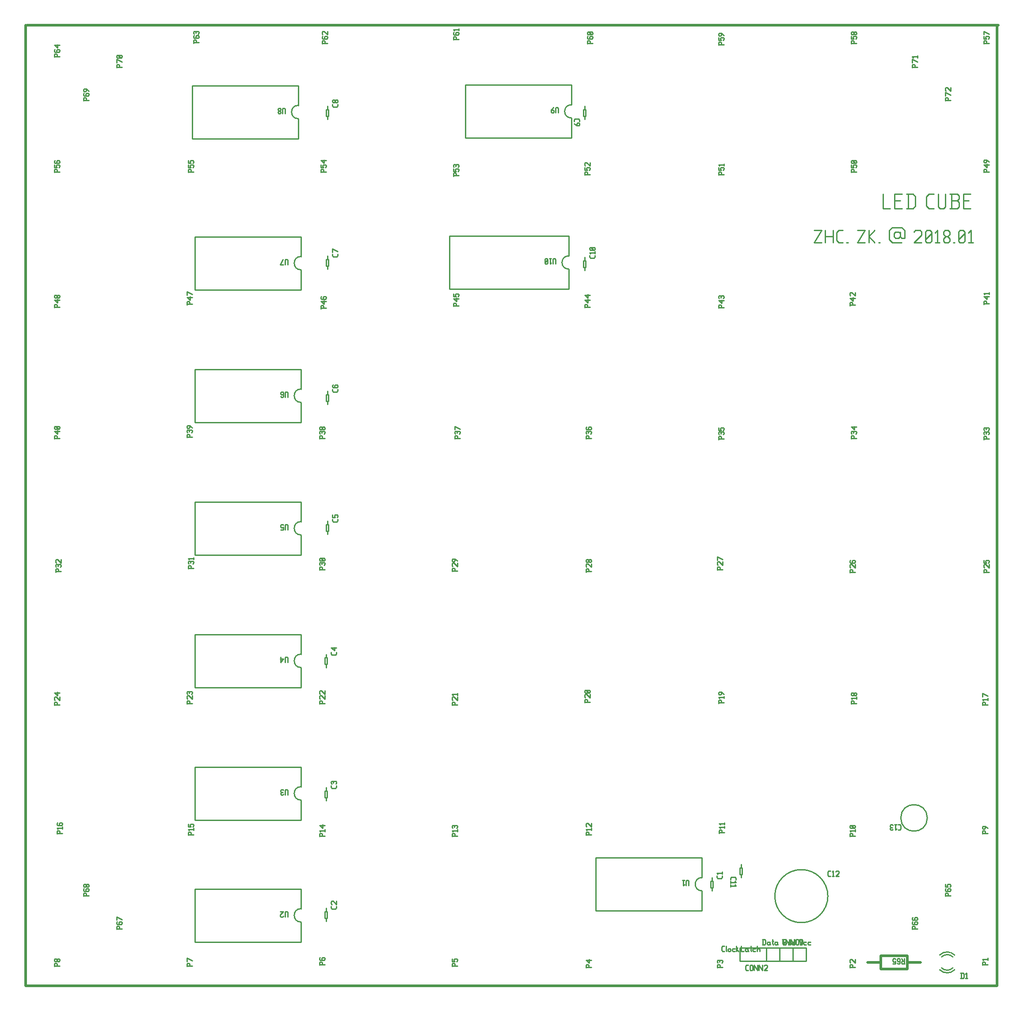
<source format=gbr>
G04 start of page 8 for group -4079 idx -4079 *
G04 Title: (unknown), topsilk *
G04 Creator: pcb v4.0.2-g2d695f8b *
G04 CreationDate: Sat Jan 27 08:31:28 2018 UTC *
G04 For: zhenke *
G04 Format: Gerber/RS-274X *
G04 PCB-Dimensions (mil): 7480.31 7283.46 *
G04 PCB-Coordinate-Origin: lower left *
%MOIN*%
%FSLAX25Y25*%
%LNTOPSILK*%
%ADD65C,0.0110*%
%ADD64C,0.0100*%
%ADD63C,0.0200*%
G54D63*X10500Y726846D02*X743000D01*
X9500D02*Y2346D01*
X742000D01*
Y726846D02*Y2346D01*
G54D64*X604000Y572026D02*X609800D01*
X604000Y562746D02*X609800Y572026D01*
X604000Y562746D02*X609800D01*
X612584Y572026D02*Y562746D01*
X618384Y572026D02*Y562746D01*
X612584Y567386D02*X618384D01*
X622792Y562746D02*X625808D01*
X621168Y564370D02*X622792Y562746D01*
X621168Y570402D02*Y564370D01*
Y570402D02*X622792Y572026D01*
X625808D01*
X628592Y562746D02*X629752D01*
X636712Y572026D02*X642512D01*
X636712Y562746D02*X642512Y572026D01*
X636712Y562746D02*X642512D01*
X645296Y572026D02*Y562746D01*
Y567386D02*X649936Y572026D01*
X645296Y567386D02*X649936Y562746D01*
X652720D02*X653880D01*
X660840Y572026D02*Y565066D01*
X663160Y562746D01*
X670120D01*
X672440Y572026D02*Y566226D01*
Y572026D02*X670120Y574346D01*
X663160D02*X670120D01*
X663160D02*X660840Y572026D01*
X664320Y569706D02*Y567386D01*
X665480Y566226D01*
X667800D01*
X668960Y567386D01*
X670120Y566226D01*
X668960Y570866D02*Y567386D01*
Y569706D02*X667800Y570866D01*
X665480D02*X667800D01*
X665480D02*X664320Y569706D01*
X670120Y566226D02*X672440D01*
X679400Y570866D02*X680560Y572026D01*
X684040D01*
X685200Y570866D01*
Y568546D01*
X679400Y562746D02*X685200Y568546D01*
X679400Y562746D02*X685200D01*
X687984Y563906D02*X689144Y562746D01*
X687984Y570866D02*Y563906D01*
Y570866D02*X689144Y572026D01*
X691464D01*
X692624Y570866D01*
Y563906D01*
X691464Y562746D02*X692624Y563906D01*
X689144Y562746D02*X691464D01*
X687984Y565066D02*X692624Y569706D01*
X695408Y570170D02*X697264Y572026D01*
Y562746D01*
X695408D02*X698888D01*
X701672Y563906D02*X702832Y562746D01*
X701672Y565762D02*Y563906D01*
Y565762D02*X703296Y567386D01*
X704688D01*
X706312Y565762D01*
Y563906D01*
X705152Y562746D02*X706312Y563906D01*
X702832Y562746D02*X705152D01*
X701672Y569010D02*X703296Y567386D01*
X701672Y570866D02*Y569010D01*
Y570866D02*X702832Y572026D01*
X705152D01*
X706312Y570866D01*
Y569010D01*
X704688Y567386D02*X706312Y569010D01*
X709096Y562746D02*X710256D01*
X713040Y563906D02*X714200Y562746D01*
X713040Y570866D02*Y563906D01*
Y570866D02*X714200Y572026D01*
X716520D01*
X717680Y570866D01*
Y563906D01*
X716520Y562746D02*X717680Y563906D01*
X714200Y562746D02*X716520D01*
X713040Y565066D02*X717680Y569706D01*
X720464Y570170D02*X722320Y572026D01*
Y562746D01*
X720464D02*X723944D01*
G54D65*X656000Y599586D02*Y588546D01*
X661520D01*
X664832Y594618D02*X668972D01*
X664832Y588546D02*X670352D01*
X664832Y599586D02*Y588546D01*
Y599586D02*X670352D01*
X675044D02*Y588546D01*
X678632Y599586D02*X680564Y597654D01*
Y590478D01*
X678632Y588546D02*X680564Y590478D01*
X673664Y588546D02*X678632D01*
X673664Y599586D02*X678632D01*
X690776Y588546D02*X694364D01*
X688844Y590478D02*X690776Y588546D01*
X688844Y597654D02*Y590478D01*
Y597654D02*X690776Y599586D01*
X694364D01*
X697676D02*Y589926D01*
X699056Y588546D01*
X701816D01*
X703196Y589926D01*
Y599586D02*Y589926D01*
X706508Y588546D02*X712028D01*
X713408Y589926D01*
Y593238D02*Y589926D01*
X712028Y594618D02*X713408Y593238D01*
X707888Y594618D02*X712028D01*
X707888Y599586D02*Y588546D01*
X706508Y599586D02*X712028D01*
X713408Y598206D01*
Y595998D01*
X712028Y594618D02*X713408Y595998D01*
X716720Y594618D02*X720860D01*
X716720Y588546D02*X722240D01*
X716720Y599586D02*Y588546D01*
Y599586D02*X722240D01*
G54D64*X535200Y28346D02*X536500D01*
X534500Y29046D02*X535200Y28346D01*
X534500Y31646D02*Y29046D01*
Y31646D02*X535200Y32346D01*
X536500D01*
X537700D02*Y28846D01*
X538200Y28346D01*
X539200Y29846D02*Y28846D01*
Y29846D02*X539700Y30346D01*
X540700D01*
X541200Y29846D01*
Y28846D01*
X540700Y28346D02*X541200Y28846D01*
X539700Y28346D02*X540700D01*
X539200Y28846D02*X539700Y28346D01*
X542900Y30346D02*X544400D01*
X542400Y29846D02*X542900Y30346D01*
X542400Y29846D02*Y28846D01*
X542900Y28346D01*
X544400D01*
X545600Y32346D02*Y28346D01*
Y29846D02*X547100Y28346D01*
X545600Y29846D02*X546600Y30846D01*
X565500Y37346D02*Y33346D01*
X566800Y37346D02*X567500Y36646D01*
Y34046D01*
X566800Y33346D02*X567500Y34046D01*
X565000Y33346D02*X566800D01*
X565000Y37346D02*X566800D01*
X570200Y35346D02*X570700Y34846D01*
X569200Y35346D02*X570200D01*
X568700Y34846D02*X569200Y35346D01*
X568700Y34846D02*Y33846D01*
X569200Y33346D01*
X570700Y35346D02*Y33846D01*
X571200Y33346D01*
X569200D02*X570200D01*
X570700Y33846D01*
X572900Y37346D02*Y33846D01*
X573400Y33346D01*
X572400Y35846D02*X573400D01*
X575900Y35346D02*X576400Y34846D01*
X574900Y35346D02*X575900D01*
X574400Y34846D02*X574900Y35346D01*
X574400Y34846D02*Y33846D01*
X574900Y33346D01*
X576400Y35346D02*Y33846D01*
X576900Y33346D01*
X574900D02*X575900D01*
X576400Y33846D01*
X593000Y37346D02*X594000Y33346D01*
X595000Y37346D01*
X596700Y35346D02*X598200D01*
X596200Y34846D02*X596700Y35346D01*
X596200Y34846D02*Y33846D01*
X596700Y33346D01*
X598200D01*
X599900Y35346D02*X601400D01*
X599400Y34846D02*X599900Y35346D01*
X599400Y34846D02*Y33846D01*
X599900Y33346D01*
X601400D01*
X582500Y37346D02*X583000Y36846D01*
X581000Y37346D02*X582500D01*
X580500Y36846D02*X581000Y37346D01*
X580500Y36846D02*Y33846D01*
X581000Y33346D01*
X582500D01*
X583000Y33846D01*
Y34846D02*Y33846D01*
X582500Y35346D02*X583000Y34846D01*
X581500Y35346D02*X582500D01*
X584700Y34846D02*Y33346D01*
Y34846D02*X585200Y35346D01*
X585700D01*
X586200Y34846D01*
Y33346D01*
X584200Y35346D02*X584700Y34846D01*
X589400Y37346D02*Y33346D01*
X588900D02*X589400Y33846D01*
X587900Y33346D02*X588900D01*
X587400Y33846D02*X587900Y33346D01*
X587400Y34846D02*Y33846D01*
Y34846D02*X587900Y35346D01*
X588900D01*
X589400Y34846D01*
X549000Y32346D02*Y28346D01*
X551000D01*
X553700Y30346D02*X554200Y29846D01*
X552700Y30346D02*X553700D01*
X552200Y29846D02*X552700Y30346D01*
X552200Y29846D02*Y28846D01*
X552700Y28346D01*
X554200Y30346D02*Y28846D01*
X554700Y28346D01*
X552700D02*X553700D01*
X554200Y28846D01*
X556400Y32346D02*Y28846D01*
X556900Y28346D01*
X555900Y30846D02*X556900D01*
X558400Y30346D02*X559900D01*
X557900Y29846D02*X558400Y30346D01*
X557900Y29846D02*Y28846D01*
X558400Y28346D01*
X559900D01*
X561100Y32346D02*Y28346D01*
Y29846D02*X561600Y30346D01*
X562600D01*
X563100Y29846D01*
Y28346D01*
X137000Y567346D02*X217000D01*
X137000D02*Y527346D01*
X217000D01*
Y567346D02*Y552346D01*
Y542346D02*Y527346D01*
Y552346D02*G75*G03X217000Y542346I0J-5000D01*G01*
X237000Y658346D02*Y655846D01*
Y665846D02*Y663346D01*
X236200D02*Y658346D01*
Y663346D02*X237800D01*
Y658346D01*
X236200D02*X237800D01*
X237000Y545346D02*Y542846D01*
Y552846D02*Y550346D01*
X236200D02*Y545346D01*
Y550346D02*X237800D01*
Y545346D01*
X236200D02*X237800D01*
X135000Y681346D02*X215000D01*
X135000D02*Y641346D01*
X215000D01*
Y681346D02*Y666346D01*
Y656346D02*Y641346D01*
Y666346D02*G75*G03X215000Y656346I0J-5000D01*G01*
X431000Y544346D02*Y541846D01*
Y551846D02*Y549346D01*
X430200D02*Y544346D01*
Y549346D02*X431800D01*
Y544346D01*
X430200D02*X431800D01*
X329000Y567846D02*X419000D01*
X329000D02*Y527846D01*
X419000D01*
Y567846D02*Y552846D01*
Y542846D02*Y527846D01*
Y552846D02*G75*G03X419000Y542846I0J-5000D01*G01*
X431000Y665846D02*Y663346D01*
Y658346D02*Y655846D01*
X431800Y663346D02*Y658346D01*
X430200D02*X431800D01*
X430200Y663346D02*Y658346D01*
Y663346D02*X431800D01*
X341000Y681846D02*X421000D01*
X341000D02*Y641846D01*
X421000D01*
Y681846D02*Y666846D01*
Y656846D02*Y641846D01*
Y666846D02*G75*G03X421000Y656846I0J-5000D01*G01*
X137000Y467346D02*X217000D01*
X137000D02*Y427346D01*
X217000D01*
Y467346D02*Y452346D01*
Y442346D02*Y427346D01*
Y452346D02*G75*G03X217000Y442346I0J-5000D01*G01*
X237000Y443346D02*Y440846D01*
Y450846D02*Y448346D01*
X236200D02*Y443346D01*
Y448346D02*X237800D01*
Y443346D01*
X236200D02*X237800D01*
X137000Y75346D02*X217000D01*
X137000D02*Y35346D01*
X217000D01*
Y75346D02*Y60346D01*
Y50346D02*Y35346D01*
Y60346D02*G75*G03X217000Y50346I0J-5000D01*G01*
X137000Y167346D02*X217000D01*
X137000D02*Y127346D01*
X217000D01*
Y167346D02*Y152346D01*
Y142346D02*Y127346D01*
Y152346D02*G75*G03X217000Y142346I0J-5000D01*G01*
X236000Y53346D02*Y50846D01*
Y60846D02*Y58346D01*
X235200D02*Y53346D01*
Y58346D02*X236800D01*
Y53346D01*
X235200D02*X236800D01*
X236000Y244846D02*Y242346D01*
Y252346D02*Y249846D01*
X235200D02*Y244846D01*
Y249846D02*X236800D01*
Y244846D01*
X235200D02*X236800D01*
X237000Y345346D02*Y342846D01*
Y352846D02*Y350346D01*
X236200D02*Y345346D01*
Y350346D02*X237800D01*
Y345346D01*
X236200D02*X237800D01*
X137000Y267346D02*X217000D01*
X137000D02*Y227346D01*
X217000D01*
Y267346D02*Y252346D01*
Y242346D02*Y227346D01*
Y252346D02*G75*G03X217000Y242346I0J-5000D01*G01*
X137000Y367346D02*X217000D01*
X137000D02*Y327346D01*
X217000D01*
Y367346D02*Y352346D01*
Y342346D02*Y327346D01*
Y352346D02*G75*G03X217000Y342346I0J-5000D01*G01*
X548000Y30846D02*X578000D01*
X548000D02*Y20846D01*
X578000D01*
Y30846D02*Y20846D01*
X568000Y30846D02*Y20846D01*
X578000D01*
X598000D01*
Y30846D02*Y20846D01*
X578000Y30846D02*X598000D01*
X578000D02*Y20846D01*
X588000Y30846D02*Y20846D01*
X578000Y30846D02*X588000D01*
X549000Y93846D02*Y91346D01*
Y86346D02*Y83846D01*
X549800Y91346D02*Y86346D01*
X548200D02*X549800D01*
X548200Y91346D02*Y86346D01*
Y91346D02*X549800D01*
X574500Y69846D02*G75*G03X574500Y69846I20000J0D01*G01*
G54D63*X654500Y14846D02*X674500D01*
X654500Y24846D02*Y14846D01*
Y24846D02*X674500D01*
Y14846D01*
Y19846D02*X684500D01*
X644500D02*X654500D01*
G54D64*X700328Y15675D02*G75*G03X708672Y15675I4172J4172D01*G01*
X708672Y24018D02*G75*G03X700328Y24018I-4172J-4172D01*G01*
X698914Y14260D02*G75*G03X710086Y14260I5586J5586D01*G01*
X710086Y25433D02*G75*G03X698914Y25433I-5586J-5586D01*G01*
X689500Y128846D02*G75*G03X689500Y128846I-10000J0D01*G01*
X236000Y144346D02*Y141846D01*
Y151846D02*Y149346D01*
X235200D02*Y144346D01*
Y149346D02*X236800D01*
Y144346D01*
X235200D02*X236800D01*
X439500Y98846D02*X519500D01*
X439500D02*Y58846D01*
X519500D01*
Y98846D02*Y83846D01*
Y73846D02*Y58846D01*
Y83846D02*G75*G03X519500Y73846I0J-5000D01*G01*
X527000Y76346D02*Y73846D01*
Y83846D02*Y81346D01*
X526200D02*Y76346D01*
Y81346D02*X527800D01*
Y76346D01*
X526200D02*X527800D01*
X553200Y13846D02*X554500D01*
X552500Y14546D02*X553200Y13846D01*
X552500Y17146D02*Y14546D01*
Y17146D02*X553200Y17846D01*
X554500D01*
X555700Y17346D02*Y14346D01*
Y17346D02*X556200Y17846D01*
X557200D01*
X557700Y17346D01*
Y14346D01*
X557200Y13846D02*X557700Y14346D01*
X556200Y13846D02*X557200D01*
X555700Y14346D02*X556200Y13846D01*
X558900Y17846D02*Y13846D01*
Y17846D02*X561400Y13846D01*
Y17846D02*Y13846D01*
X562600Y17846D02*Y13846D01*
Y17846D02*X565100Y13846D01*
Y17846D02*Y13846D01*
X566300Y17346D02*X566800Y17846D01*
X568300D01*
X568800Y17346D01*
Y16346D01*
X566300Y13846D02*X568800Y16346D01*
X566300Y13846D02*X568800D01*
X593500Y37346D02*X594800D01*
X595500Y36646D02*X594800Y37346D01*
X595500Y36646D02*Y34046D01*
X594800Y33346D01*
X593500D02*X594800D01*
X592300Y36846D02*Y33846D01*
X591800Y33346D01*
X590800D02*X591800D01*
X590800D02*X590300Y33846D01*
Y36846D02*Y33846D01*
X590800Y37346D02*X590300Y36846D01*
X590800Y37346D02*X591800D01*
X592300Y36846D02*X591800Y37346D01*
X589100D02*Y33346D01*
X586600Y37346D01*
Y33346D01*
X585400Y37346D02*Y33346D01*
X582900Y37346D01*
Y33346D01*
X581700Y34146D02*X580900Y33346D01*
Y37346D02*Y33346D01*
X580200Y37346D02*X581700D01*
X670500Y18846D02*X672500D01*
X670500D02*X670000Y19346D01*
Y20346D02*Y19346D01*
X670500Y20846D02*X670000Y20346D01*
X670500Y20846D02*X672000D01*
Y22846D02*Y18846D01*
X671200Y20846D02*X670000Y22846D01*
X667300Y18846D02*X666800Y19346D01*
X667300Y18846D02*X668300D01*
X668800Y19346D02*X668300Y18846D01*
X668800Y22346D02*Y19346D01*
Y22346D02*X668300Y22846D01*
X667300Y20646D02*X666800Y21146D01*
X667300Y20646D02*X668800D01*
X667300Y22846D02*X668300D01*
X667300D02*X666800Y22346D01*
Y21146D01*
X663600Y18846D02*X665600D01*
Y20846D02*Y18846D01*
Y20846D02*X665100Y20346D01*
X664100D02*X665100D01*
X664100D02*X663600Y20846D01*
Y22346D02*Y20846D01*
X664100Y22846D02*X663600Y22346D01*
X664100Y22846D02*X665100D01*
X665600Y22346D02*X665100Y22846D01*
X631000Y16346D02*X635000D01*
X631000Y17846D02*Y15846D01*
Y17846D02*X631500Y18346D01*
X632500D01*
X633000Y17846D02*X632500Y18346D01*
X633000Y17846D02*Y16346D01*
X631500Y19546D02*X631000Y20046D01*
Y21546D02*Y20046D01*
Y21546D02*X631500Y22046D01*
X632500D01*
X635000Y19546D02*X632500Y22046D01*
X635000D02*Y19546D01*
X678000Y45346D02*X682000D01*
X678000Y46846D02*Y44846D01*
Y46846D02*X678500Y47346D01*
X679500D01*
X680000Y46846D02*X679500Y47346D01*
X680000Y46846D02*Y45346D01*
X678000Y50046D02*X678500Y50546D01*
X678000Y50046D02*Y49046D01*
X678500Y48546D02*X678000Y49046D01*
X678500Y48546D02*X681500D01*
X682000Y49046D01*
X679800Y50046D02*X680300Y50546D01*
X679800Y50046D02*Y48546D01*
X682000Y50046D02*Y49046D01*
Y50046D02*X681500Y50546D01*
X680300D02*X681500D01*
X678000Y53246D02*X678500Y53746D01*
X678000Y53246D02*Y52246D01*
X678500Y51746D02*X678000Y52246D01*
X678500Y51746D02*X681500D01*
X682000Y52246D01*
X679800Y53246D02*X680300Y53746D01*
X679800Y53246D02*Y51746D01*
X682000Y53246D02*Y52246D01*
Y53246D02*X681500Y53746D01*
X680300D02*X681500D01*
X715000Y11846D02*Y7846D01*
X716300Y11846D02*X717000Y11146D01*
Y8546D01*
X716300Y7846D02*X717000Y8546D01*
X714500Y7846D02*X716300D01*
X714500Y11846D02*X716300D01*
X718200Y11046D02*X719000Y11846D01*
Y7846D01*
X718200D02*X719700D01*
X703000Y70346D02*X707000D01*
X703000Y71846D02*Y69846D01*
Y71846D02*X703500Y72346D01*
X704500D01*
X705000Y71846D02*X704500Y72346D01*
X705000Y71846D02*Y70346D01*
X703000Y75046D02*X703500Y75546D01*
X703000Y75046D02*Y74046D01*
X703500Y73546D02*X703000Y74046D01*
X703500Y73546D02*X706500D01*
X707000Y74046D01*
X704800Y75046D02*X705300Y75546D01*
X704800Y75046D02*Y73546D01*
X707000Y75046D02*Y74046D01*
Y75046D02*X706500Y75546D01*
X705300D02*X706500D01*
X703000Y78746D02*Y76746D01*
X705000D01*
X704500Y77246D01*
Y78246D02*Y77246D01*
Y78246D02*X705000Y78746D01*
X706500D01*
X707000Y78246D02*X706500Y78746D01*
X707000Y78246D02*Y77246D01*
X706500Y76746D02*X707000Y77246D01*
X541200Y83646D02*Y82346D01*
X541900Y84346D02*X541200Y83646D01*
X541900Y84346D02*X544500D01*
X545200Y83646D01*
Y82346D01*
X544400Y81146D02*X545200Y80346D01*
X541200D02*X545200D01*
X541200Y81146D02*Y79646D01*
X544400Y78446D02*X545200Y77646D01*
X541200D02*X545200D01*
X541200Y78446D02*Y76946D01*
X731000Y18346D02*X735000D01*
X731000Y19846D02*Y17846D01*
Y19846D02*X731500Y20346D01*
X732500D01*
X733000Y19846D02*X732500Y20346D01*
X733000Y19846D02*Y18346D01*
X731800Y21546D02*X731000Y22346D01*
X735000D01*
Y23046D02*Y21546D01*
X531000Y16346D02*X535000D01*
X531000Y17846D02*Y15846D01*
Y17846D02*X531500Y18346D01*
X532500D01*
X533000Y17846D02*X532500Y18346D01*
X533000Y17846D02*Y16346D01*
X531500Y19546D02*X531000Y20046D01*
Y21046D02*Y20046D01*
Y21046D02*X531500Y21546D01*
X535000Y21046D02*X534500Y21546D01*
X535000Y21046D02*Y20046D01*
X534500Y19546D02*X535000Y20046D01*
X532800Y21046D02*Y20046D01*
X531500Y21546D02*X532300D01*
X533300D02*X534500D01*
X533300D02*X532800Y21046D01*
X532300Y21546D02*X532800Y21046D01*
X432000Y16346D02*X436000D01*
X432000Y17846D02*Y15846D01*
Y17846D02*X432500Y18346D01*
X433500D01*
X434000Y17846D02*X433500Y18346D01*
X434000Y17846D02*Y16346D01*
X434500Y19546D02*X432000Y21546D01*
X434500Y22046D02*Y19546D01*
X432000Y21546D02*X436000D01*
X331000Y17346D02*X335000D01*
X331000Y18846D02*Y16846D01*
Y18846D02*X331500Y19346D01*
X332500D01*
X333000Y18846D02*X332500Y19346D01*
X333000Y18846D02*Y17346D01*
X331000Y22546D02*Y20546D01*
X333000D01*
X332500Y21046D01*
Y22046D02*Y21046D01*
Y22046D02*X333000Y22546D01*
X334500D01*
X335000Y22046D02*X334500Y22546D01*
X335000Y22046D02*Y21046D01*
X334500Y20546D02*X335000Y21046D01*
X509500Y81346D02*Y77846D01*
Y81346D02*X509000Y81846D01*
X508000D02*X509000D01*
X508000D02*X507500Y81346D01*
Y77846D01*
X506300Y78646D02*X505500Y77846D01*
Y81846D02*Y77846D01*
X504800Y81846D02*X506300D01*
X431000Y216346D02*X435000D01*
X431000Y217846D02*Y215846D01*
Y217846D02*X431500Y218346D01*
X432500D01*
X433000Y217846D02*X432500Y218346D01*
X433000Y217846D02*Y216346D01*
X431500Y219546D02*X431000Y220046D01*
Y221546D02*Y220046D01*
Y221546D02*X431500Y222046D01*
X432500D01*
X435000Y219546D02*X432500Y222046D01*
X435000D02*Y219546D01*
X434500Y223246D02*X435000Y223746D01*
X431500Y223246D02*X434500D01*
X431500D02*X431000Y223746D01*
Y224746D02*Y223746D01*
Y224746D02*X431500Y225246D01*
X434500D01*
X435000Y224746D02*X434500Y225246D01*
X435000Y224746D02*Y223746D01*
X434000Y223246D02*X432000Y225246D01*
Y116346D02*X436000D01*
X432000Y117846D02*Y115846D01*
Y117846D02*X432500Y118346D01*
X433500D01*
X434000Y117846D02*X433500Y118346D01*
X434000Y117846D02*Y116346D01*
X432800Y119546D02*X432000Y120346D01*
X436000D01*
Y121046D02*Y119546D01*
X432500Y122246D02*X432000Y122746D01*
Y124246D02*Y122746D01*
Y124246D02*X432500Y124746D01*
X433500D01*
X436000Y122246D02*X433500Y124746D01*
X436000D02*Y122246D01*
X432000Y314846D02*X436000D01*
X432000Y316346D02*Y314346D01*
Y316346D02*X432500Y316846D01*
X433500D01*
X434000Y316346D02*X433500Y316846D01*
X434000Y316346D02*Y314846D01*
X432500Y318046D02*X432000Y318546D01*
Y320046D02*Y318546D01*
Y320046D02*X432500Y320546D01*
X433500D01*
X436000Y318046D02*X433500Y320546D01*
X436000D02*Y318046D01*
X435500Y321746D02*X436000Y322246D01*
X434700Y321746D02*X435500D01*
X434700D02*X434000Y322446D01*
Y323046D02*Y322446D01*
Y323046D02*X434700Y323746D01*
X435500D01*
X436000Y323246D02*X435500Y323746D01*
X436000Y323246D02*Y322246D01*
X433300Y321746D02*X434000Y322446D01*
X432500Y321746D02*X433300D01*
X432500D02*X432000Y322246D01*
Y323246D02*Y322246D01*
Y323246D02*X432500Y323746D01*
X433300D01*
X434000Y323046D02*X433300Y323746D01*
X432000Y415346D02*X436000D01*
X432000Y416846D02*Y414846D01*
Y416846D02*X432500Y417346D01*
X433500D01*
X434000Y416846D02*X433500Y417346D01*
X434000Y416846D02*Y415346D01*
X432500Y418546D02*X432000Y419046D01*
Y420046D02*Y419046D01*
Y420046D02*X432500Y420546D01*
X436000Y420046D02*X435500Y420546D01*
X436000Y420046D02*Y419046D01*
X435500Y418546D02*X436000Y419046D01*
X433800Y420046D02*Y419046D01*
X432500Y420546D02*X433300D01*
X434300D02*X435500D01*
X434300D02*X433800Y420046D01*
X433300Y420546D02*X433800Y420046D01*
X432000Y423246D02*X432500Y423746D01*
X432000Y423246D02*Y422246D01*
X432500Y421746D02*X432000Y422246D01*
X432500Y421746D02*X435500D01*
X436000Y422246D01*
X433800Y423246D02*X434300Y423746D01*
X433800Y423246D02*Y421746D01*
X436000Y423246D02*Y422246D01*
Y423246D02*X435500Y423746D01*
X434300D02*X435500D01*
X438800Y553346D02*Y552046D01*
X438100Y551346D02*X438800Y552046D01*
X435500Y551346D02*X438100D01*
X435500D02*X434800Y552046D01*
Y553346D02*Y552046D01*
X435600Y554546D02*X434800Y555346D01*
X438800D01*
Y556046D02*Y554546D01*
X438300Y557246D02*X438800Y557746D01*
X435300Y557246D02*X438300D01*
X435300D02*X434800Y557746D01*
Y558746D02*Y557746D01*
Y558746D02*X435300Y559246D01*
X438300D01*
X438800Y558746D02*X438300Y559246D01*
X438800Y558746D02*Y557746D01*
X437800Y557246D02*X435800Y559246D01*
X409000Y550346D02*Y546846D01*
Y550346D02*X408500Y550846D01*
X407500D02*X408500D01*
X407500D02*X407000Y550346D01*
Y546846D01*
X405800Y547646D02*X405000Y546846D01*
Y550846D02*Y546846D01*
X404300Y550846D02*X405800D01*
X403100Y550346D02*X402600Y550846D01*
X403100Y550346D02*Y547346D01*
X402600Y546846D01*
X401600D02*X402600D01*
X401600D02*X401100Y547346D01*
Y550346D02*Y547346D01*
X401600Y550846D02*X401100Y550346D01*
X401600Y550846D02*X402600D01*
X403100Y549846D02*X401100Y547846D01*
X431000Y514346D02*X435000D01*
X431000Y515846D02*Y513846D01*
Y515846D02*X431500Y516346D01*
X432500D01*
X433000Y515846D02*X432500Y516346D01*
X433000Y515846D02*Y514346D01*
X433500Y517546D02*X431000Y519546D01*
X433500Y520046D02*Y517546D01*
X431000Y519546D02*X435000D01*
X433500Y521246D02*X431000Y523246D01*
X433500Y523746D02*Y521246D01*
X431000Y523246D02*X435000D01*
X332000Y613432D02*X336000D01*
X332000Y614932D02*Y612932D01*
Y614932D02*X332500Y615432D01*
X333500D01*
X334000Y614932D02*X333500Y615432D01*
X334000Y614932D02*Y613432D01*
X332000Y618632D02*Y616632D01*
X334000D01*
X333500Y617132D01*
Y618132D02*Y617132D01*
Y618132D02*X334000Y618632D01*
X335500D01*
X336000Y618132D02*X335500Y618632D01*
X336000Y618132D02*Y617132D01*
X335500Y616632D02*X336000Y617132D01*
X332500Y619832D02*X332000Y620332D01*
Y621332D02*Y620332D01*
Y621332D02*X332500Y621832D01*
X336000Y621332D02*X335500Y621832D01*
X336000Y621332D02*Y620332D01*
X335500Y619832D02*X336000Y620332D01*
X333800Y621332D02*Y620332D01*
X332500Y621832D02*X333300D01*
X334300D02*X335500D01*
X334300D02*X333800Y621332D01*
X333300Y621832D02*X333800Y621332D01*
X332000Y515346D02*X336000D01*
X332000Y516846D02*Y514846D01*
Y516846D02*X332500Y517346D01*
X333500D01*
X334000Y516846D02*X333500Y517346D01*
X334000Y516846D02*Y515346D01*
X334500Y518546D02*X332000Y520546D01*
X334500Y521046D02*Y518546D01*
X332000Y520546D02*X336000D01*
X332000Y524246D02*Y522246D01*
X334000D01*
X333500Y522746D01*
Y523746D02*Y522746D01*
Y523746D02*X334000Y524246D01*
X335500D01*
X336000Y523746D02*X335500Y524246D01*
X336000Y523746D02*Y522746D01*
X335500Y522246D02*X336000Y522746D01*
X532000Y614346D02*X536000D01*
X532000Y615846D02*Y613846D01*
Y615846D02*X532500Y616346D01*
X533500D01*
X534000Y615846D02*X533500Y616346D01*
X534000Y615846D02*Y614346D01*
X532000Y619546D02*Y617546D01*
X534000D01*
X533500Y618046D01*
Y619046D02*Y618046D01*
Y619046D02*X534000Y619546D01*
X535500D01*
X536000Y619046D02*X535500Y619546D01*
X536000Y619046D02*Y618046D01*
X535500Y617546D02*X536000Y618046D01*
X532800Y620746D02*X532000Y621546D01*
X536000D01*
Y622246D02*Y620746D01*
X532000Y513889D02*X536000D01*
X532000Y515389D02*Y513389D01*
Y515389D02*X532500Y515889D01*
X533500D01*
X534000Y515389D02*X533500Y515889D01*
X534000Y515389D02*Y513889D01*
X534500Y517089D02*X532000Y519089D01*
X534500Y519589D02*Y517089D01*
X532000Y519089D02*X536000D01*
X532500Y520789D02*X532000Y521289D01*
Y522289D02*Y521289D01*
Y522289D02*X532500Y522789D01*
X536000Y522289D02*X535500Y522789D01*
X536000Y522289D02*Y521289D01*
X535500Y520789D02*X536000Y521289D01*
X533800Y522289D02*Y521289D01*
X532500Y522789D02*X533300D01*
X534300D02*X535500D01*
X534300D02*X533800Y522289D01*
X533300Y522789D02*X533800Y522289D01*
X531000Y316346D02*X535000D01*
X531000Y317846D02*Y315846D01*
Y317846D02*X531500Y318346D01*
X532500D01*
X533000Y317846D02*X532500Y318346D01*
X533000Y317846D02*Y316346D01*
X531500Y319546D02*X531000Y320046D01*
Y321546D02*Y320046D01*
Y321546D02*X531500Y322046D01*
X532500D01*
X535000Y319546D02*X532500Y322046D01*
X535000D02*Y319546D01*
Y323746D02*X531000Y325746D01*
Y323246D01*
X333000Y415346D02*X337000D01*
X333000Y416846D02*Y414846D01*
Y416846D02*X333500Y417346D01*
X334500D01*
X335000Y416846D02*X334500Y417346D01*
X335000Y416846D02*Y415346D01*
X333500Y418546D02*X333000Y419046D01*
Y420046D02*Y419046D01*
Y420046D02*X333500Y420546D01*
X337000Y420046D02*X336500Y420546D01*
X337000Y420046D02*Y419046D01*
X336500Y418546D02*X337000Y419046D01*
X334800Y420046D02*Y419046D01*
X333500Y420546D02*X334300D01*
X335300D02*X336500D01*
X335300D02*X334800Y420046D01*
X334300Y420546D02*X334800Y420046D01*
X337000Y422246D02*X333000Y424246D01*
Y421746D01*
X331000Y315346D02*X335000D01*
X331000Y316846D02*Y314846D01*
Y316846D02*X331500Y317346D01*
X332500D01*
X333000Y316846D02*X332500Y317346D01*
X333000Y316846D02*Y315346D01*
X331500Y318546D02*X331000Y319046D01*
Y320546D02*Y319046D01*
Y320546D02*X331500Y321046D01*
X332500D01*
X335000Y318546D02*X332500Y321046D01*
X335000D02*Y318546D01*
Y322746D02*X333000Y324246D01*
X331500D02*X333000D01*
X331000Y323746D02*X331500Y324246D01*
X331000Y323746D02*Y322746D01*
X331500Y322246D02*X331000Y322746D01*
X331500Y322246D02*X332500D01*
X333000Y322746D01*
Y324246D02*Y322746D01*
X331000Y214346D02*X335000D01*
X331000Y215846D02*Y213846D01*
Y215846D02*X331500Y216346D01*
X332500D01*
X333000Y215846D02*X332500Y216346D01*
X333000Y215846D02*Y214346D01*
X331500Y217546D02*X331000Y218046D01*
Y219546D02*Y218046D01*
Y219546D02*X331500Y220046D01*
X332500D01*
X335000Y217546D02*X332500Y220046D01*
X335000D02*Y217546D01*
X331800Y221246D02*X331000Y222046D01*
X335000D01*
Y222746D02*Y221246D01*
X532000Y215846D02*X536000D01*
X532000Y217346D02*Y215346D01*
Y217346D02*X532500Y217846D01*
X533500D01*
X534000Y217346D02*X533500Y217846D01*
X534000Y217346D02*Y215846D01*
X532800Y219046D02*X532000Y219846D01*
X536000D01*
Y220546D02*Y219046D01*
Y222246D02*X534000Y223746D01*
X532500D02*X534000D01*
X532000Y223246D02*X532500Y223746D01*
X532000Y223246D02*Y222246D01*
X532500Y221746D02*X532000Y222246D01*
X532500Y221746D02*X533500D01*
X534000Y222246D01*
Y223746D02*Y222246D01*
X331000Y115346D02*X335000D01*
X331000Y116846D02*Y114846D01*
Y116846D02*X331500Y117346D01*
X332500D01*
X333000Y116846D02*X332500Y117346D01*
X333000Y116846D02*Y115346D01*
X331800Y118546D02*X331000Y119346D01*
X335000D01*
Y120046D02*Y118546D01*
X331500Y121246D02*X331000Y121746D01*
Y122746D02*Y121746D01*
Y122746D02*X331500Y123246D01*
X335000Y122746D02*X334500Y123246D01*
X335000Y122746D02*Y121746D01*
X334500Y121246D02*X335000Y121746D01*
X332800Y122746D02*Y121746D01*
X331500Y123246D02*X332300D01*
X333300D02*X334500D01*
X333300D02*X332800Y122746D01*
X332300Y123246D02*X332800Y122746D01*
X534800Y85346D02*Y84046D01*
X534100Y83346D02*X534800Y84046D01*
X531500Y83346D02*X534100D01*
X531500D02*X530800Y84046D01*
Y85346D02*Y84046D01*
X531600Y86546D02*X530800Y87346D01*
X534800D01*
Y88046D02*Y86546D01*
X532500Y117846D02*X536500D01*
X532500Y119346D02*Y117346D01*
Y119346D02*X533000Y119846D01*
X534000D01*
X534500Y119346D02*X534000Y119846D01*
X534500Y119346D02*Y117846D01*
X533300Y121046D02*X532500Y121846D01*
X536500D01*
Y122546D02*Y121046D01*
X533300Y123746D02*X532500Y124546D01*
X536500D01*
Y125246D02*Y123746D01*
X667500Y123846D02*X668800D01*
X669500Y123146D02*X668800Y123846D01*
X669500Y123146D02*Y120546D01*
X668800Y119846D01*
X667500D02*X668800D01*
X666300Y120646D02*X665500Y119846D01*
Y123846D02*Y119846D01*
X664800Y123846D02*X666300D01*
X663600Y120346D02*X663100Y119846D01*
X662100D02*X663100D01*
X662100D02*X661600Y120346D01*
X662100Y123846D02*X661600Y123346D01*
X662100Y123846D02*X663100D01*
X663600Y123346D02*X663100Y123846D01*
X662100Y121646D02*X663100D01*
X661600Y121146D02*Y120346D01*
Y123346D02*Y122146D01*
X662100Y121646D01*
X661600Y121146D02*X662100Y121646D01*
X615200Y84846D02*X616500D01*
X614500Y85546D02*X615200Y84846D01*
X614500Y88146D02*Y85546D01*
Y88146D02*X615200Y88846D01*
X616500D01*
X617700Y88046D02*X618500Y88846D01*
Y84846D01*
X617700D02*X619200D01*
X620400Y88346D02*X620900Y88846D01*
X622400D01*
X622900Y88346D01*
Y87346D01*
X620400Y84846D02*X622900Y87346D01*
X620400Y84846D02*X622900D01*
X632000Y215346D02*X636000D01*
X632000Y216846D02*Y214846D01*
Y216846D02*X632500Y217346D01*
X633500D01*
X634000Y216846D02*X633500Y217346D01*
X634000Y216846D02*Y215346D01*
X632800Y218546D02*X632000Y219346D01*
X636000D01*
Y220046D02*Y218546D01*
X635500Y221246D02*X636000Y221746D01*
X634700Y221246D02*X635500D01*
X634700D02*X634000Y221946D01*
Y222546D02*Y221946D01*
Y222546D02*X634700Y223246D01*
X635500D01*
X636000Y222746D02*X635500Y223246D01*
X636000Y222746D02*Y221746D01*
X633300Y221246D02*X634000Y221946D01*
X632500Y221246D02*X633300D01*
X632500D02*X632000Y221746D01*
Y222746D02*Y221746D01*
Y222746D02*X632500Y223246D01*
X633300D01*
X634000Y222546D02*X633300Y223246D01*
X631000Y115346D02*X635000D01*
X631000Y116846D02*Y114846D01*
Y116846D02*X631500Y117346D01*
X632500D01*
X633000Y116846D02*X632500Y117346D01*
X633000Y116846D02*Y115346D01*
X631800Y118546D02*X631000Y119346D01*
X635000D01*
Y120046D02*Y118546D01*
X634500Y121246D02*X635000Y121746D01*
X631500Y121246D02*X634500D01*
X631500D02*X631000Y121746D01*
Y122746D02*Y121746D01*
Y122746D02*X631500Y123246D01*
X634500D01*
X635000Y122746D02*X634500Y123246D01*
X635000Y122746D02*Y121746D01*
X634000Y121246D02*X632000Y123246D01*
X731000Y214346D02*X735000D01*
X731000Y215846D02*Y213846D01*
Y215846D02*X731500Y216346D01*
X732500D01*
X733000Y215846D02*X732500Y216346D01*
X733000Y215846D02*Y214346D01*
X731800Y217546D02*X731000Y218346D01*
X735000D01*
Y219046D02*Y217546D01*
Y220746D02*X731000Y222746D01*
Y220246D01*
Y117346D02*X735000D01*
X731000Y118846D02*Y116846D01*
Y118846D02*X731500Y119346D01*
X732500D01*
X733000Y118846D02*X732500Y119346D01*
X733000Y118846D02*Y117346D01*
X735000Y121046D02*X733000Y122546D01*
X731500D02*X733000D01*
X731000Y122046D02*X731500Y122546D01*
X731000Y122046D02*Y121046D01*
X731500Y120546D02*X731000Y121046D01*
X731500Y120546D02*X732500D01*
X733000Y121046D01*
Y122546D02*Y121046D01*
X207000Y57846D02*Y54346D01*
Y57846D02*X206500Y58346D01*
X205500D02*X206500D01*
X205500D02*X205000Y57846D01*
Y54346D01*
X203800Y54846D02*X203300Y54346D01*
X201800D02*X203300D01*
X201800D02*X201300Y54846D01*
Y55846D02*Y54846D01*
X203800Y58346D02*X201300Y55846D01*
Y58346D02*X203800D01*
X243800Y62346D02*Y61046D01*
X243100Y60346D02*X243800Y61046D01*
X240500Y60346D02*X243100D01*
X240500D02*X239800Y61046D01*
Y62346D02*Y61046D01*
X240300Y63546D02*X239800Y64046D01*
Y65546D02*Y64046D01*
Y65546D02*X240300Y66046D01*
X241300D01*
X243800Y63546D02*X241300Y66046D01*
X243800D02*Y63546D01*
X231000Y115346D02*X235000D01*
X231000Y116846D02*Y114846D01*
Y116846D02*X231500Y117346D01*
X232500D01*
X233000Y116846D02*X232500Y117346D01*
X233000Y116846D02*Y115346D01*
X231800Y118546D02*X231000Y119346D01*
X235000D01*
Y120046D02*Y118546D01*
X233500Y121246D02*X231000Y123246D01*
X233500Y123746D02*Y121246D01*
X231000Y123246D02*X235000D01*
X231000Y18346D02*X235000D01*
X231000Y19846D02*Y17846D01*
Y19846D02*X231500Y20346D01*
X232500D01*
X233000Y19846D02*X232500Y20346D01*
X233000Y19846D02*Y18346D01*
X231000Y23046D02*X231500Y23546D01*
X231000Y23046D02*Y22046D01*
X231500Y21546D02*X231000Y22046D01*
X231500Y21546D02*X234500D01*
X235000Y22046D01*
X232800Y23046D02*X233300Y23546D01*
X232800Y23046D02*Y21546D01*
X235000Y23046D02*Y22046D01*
Y23046D02*X234500Y23546D01*
X233300D02*X234500D01*
X207000Y549846D02*Y546346D01*
Y549846D02*X206500Y550346D01*
X205500D02*X206500D01*
X205500D02*X205000Y549846D01*
Y546346D01*
X203300Y550346D02*X201300Y546346D01*
X203800D01*
X207000Y449846D02*Y446346D01*
Y449846D02*X206500Y450346D01*
X205500D02*X206500D01*
X205500D02*X205000Y449846D01*
Y446346D01*
X202300D02*X201800Y446846D01*
X202300Y446346D02*X203300D01*
X203800Y446846D02*X203300Y446346D01*
X203800Y449846D02*Y446846D01*
Y449846D02*X203300Y450346D01*
X202300Y448146D02*X201800Y448646D01*
X202300Y448146D02*X203800D01*
X202300Y450346D02*X203300D01*
X202300D02*X201800Y449846D01*
Y448646D01*
X244800Y452346D02*Y451046D01*
X244100Y450346D02*X244800Y451046D01*
X241500Y450346D02*X244100D01*
X241500D02*X240800Y451046D01*
Y452346D02*Y451046D01*
Y455046D02*X241300Y455546D01*
X240800Y455046D02*Y454046D01*
X241300Y453546D02*X240800Y454046D01*
X241300Y453546D02*X244300D01*
X244800Y454046D01*
X242600Y455046D02*X243100Y455546D01*
X242600Y455046D02*Y453546D01*
X244800Y455046D02*Y454046D01*
Y455046D02*X244300Y455546D01*
X243100D02*X244300D01*
X244800Y554346D02*Y553046D01*
X244100Y552346D02*X244800Y553046D01*
X241500Y552346D02*X244100D01*
X241500D02*X240800Y553046D01*
Y554346D02*Y553046D01*
X244800Y556046D02*X240800Y558046D01*
Y555546D01*
X232000Y513432D02*X236000D01*
X232000Y514932D02*Y512932D01*
Y514932D02*X232500Y515432D01*
X233500D01*
X234000Y514932D02*X233500Y515432D01*
X234000Y514932D02*Y513432D01*
X234500Y516632D02*X232000Y518632D01*
X234500Y519132D02*Y516632D01*
X232000Y518632D02*X236000D01*
X232000Y521832D02*X232500Y522332D01*
X232000Y521832D02*Y520832D01*
X232500Y520332D02*X232000Y520832D01*
X232500Y520332D02*X235500D01*
X236000Y520832D01*
X233800Y521832D02*X234300Y522332D01*
X233800Y521832D02*Y520332D01*
X236000Y521832D02*Y520832D01*
Y521832D02*X235500Y522332D01*
X234300D02*X235500D01*
X244800Y354346D02*Y353046D01*
X244100Y352346D02*X244800Y353046D01*
X241500Y352346D02*X244100D01*
X241500D02*X240800Y353046D01*
Y354346D02*Y353046D01*
Y357546D02*Y355546D01*
X242800D01*
X242300Y356046D01*
Y357046D02*Y356046D01*
Y357046D02*X242800Y357546D01*
X244300D01*
X244800Y357046D02*X244300Y357546D01*
X244800Y357046D02*Y356046D01*
X244300Y355546D02*X244800Y356046D01*
X131000Y516432D02*X135000D01*
X131000Y517932D02*Y515932D01*
Y517932D02*X131500Y518432D01*
X132500D01*
X133000Y517932D02*X132500Y518432D01*
X133000Y517932D02*Y516432D01*
X133500Y519632D02*X131000Y521632D01*
X133500Y522132D02*Y519632D01*
X131000Y521632D02*X135000D01*
Y523832D02*X131000Y525832D01*
Y523332D01*
X31000Y514346D02*X35000D01*
X31000Y515846D02*Y513846D01*
Y515846D02*X31500Y516346D01*
X32500D01*
X33000Y515846D02*X32500Y516346D01*
X33000Y515846D02*Y514346D01*
X33500Y517546D02*X31000Y519546D01*
X33500Y520046D02*Y517546D01*
X31000Y519546D02*X35000D01*
X34500Y521246D02*X35000Y521746D01*
X33700Y521246D02*X34500D01*
X33700D02*X33000Y521946D01*
Y522546D02*Y521946D01*
Y522546D02*X33700Y523246D01*
X34500D01*
X35000Y522746D02*X34500Y523246D01*
X35000Y522746D02*Y521746D01*
X32300Y521246D02*X33000Y521946D01*
X31500Y521246D02*X32300D01*
X31500D02*X31000Y521746D01*
Y522746D02*Y521746D01*
Y522746D02*X31500Y523246D01*
X32300D01*
X33000Y522546D02*X32300Y523246D01*
X31000Y415346D02*X35000D01*
X31000Y416846D02*Y414846D01*
Y416846D02*X31500Y417346D01*
X32500D01*
X33000Y416846D02*X32500Y417346D01*
X33000Y416846D02*Y415346D01*
X33500Y418546D02*X31000Y420546D01*
X33500Y421046D02*Y418546D01*
X31000Y420546D02*X35000D01*
X34500Y422246D02*X35000Y422746D01*
X31500Y422246D02*X34500D01*
X31500D02*X31000Y422746D01*
Y423746D02*Y422746D01*
Y423746D02*X31500Y424246D01*
X34500D01*
X35000Y423746D02*X34500Y424246D01*
X35000Y423746D02*Y422746D01*
X34000Y422246D02*X32000Y424246D01*
X231000Y415346D02*X235000D01*
X231000Y416846D02*Y414846D01*
Y416846D02*X231500Y417346D01*
X232500D01*
X233000Y416846D02*X232500Y417346D01*
X233000Y416846D02*Y415346D01*
X231500Y418546D02*X231000Y419046D01*
Y420046D02*Y419046D01*
Y420046D02*X231500Y420546D01*
X235000Y420046D02*X234500Y420546D01*
X235000Y420046D02*Y419046D01*
X234500Y418546D02*X235000Y419046D01*
X232800Y420046D02*Y419046D01*
X231500Y420546D02*X232300D01*
X233300D02*X234500D01*
X233300D02*X232800Y420046D01*
X232300Y420546D02*X232800Y420046D01*
X234500Y421746D02*X235000Y422246D01*
X233700Y421746D02*X234500D01*
X233700D02*X233000Y422446D01*
Y423046D02*Y422446D01*
Y423046D02*X233700Y423746D01*
X234500D01*
X235000Y423246D02*X234500Y423746D01*
X235000Y423246D02*Y422246D01*
X232300Y421746D02*X233000Y422446D01*
X231500Y421746D02*X232300D01*
X231500D02*X231000Y422246D01*
Y423246D02*Y422246D01*
Y423246D02*X231500Y423746D01*
X232300D01*
X233000Y423046D02*X232300Y423746D01*
X131000Y416346D02*X135000D01*
X131000Y417846D02*Y415846D01*
Y417846D02*X131500Y418346D01*
X132500D01*
X133000Y417846D02*X132500Y418346D01*
X133000Y417846D02*Y416346D01*
X131500Y419546D02*X131000Y420046D01*
Y421046D02*Y420046D01*
Y421046D02*X131500Y421546D01*
X135000Y421046D02*X134500Y421546D01*
X135000Y421046D02*Y420046D01*
X134500Y419546D02*X135000Y420046D01*
X132800Y421046D02*Y420046D01*
X131500Y421546D02*X132300D01*
X133300D02*X134500D01*
X133300D02*X132800Y421046D01*
X132300Y421546D02*X132800Y421046D01*
X135000Y423246D02*X133000Y424746D01*
X131500D02*X133000D01*
X131000Y424246D02*X131500Y424746D01*
X131000Y424246D02*Y423246D01*
X131500Y422746D02*X131000Y423246D01*
X131500Y422746D02*X132500D01*
X133000Y423246D01*
Y424746D02*Y423246D01*
X53000Y670346D02*X57000D01*
X53000Y671846D02*Y669846D01*
Y671846D02*X53500Y672346D01*
X54500D01*
X55000Y671846D02*X54500Y672346D01*
X55000Y671846D02*Y670346D01*
X53000Y675046D02*X53500Y675546D01*
X53000Y675046D02*Y674046D01*
X53500Y673546D02*X53000Y674046D01*
X53500Y673546D02*X56500D01*
X57000Y674046D01*
X54800Y675046D02*X55300Y675546D01*
X54800Y675046D02*Y673546D01*
X57000Y675046D02*Y674046D01*
Y675046D02*X56500Y675546D01*
X55300D02*X56500D01*
X57000Y677246D02*X55000Y678746D01*
X53500D02*X55000D01*
X53000Y678246D02*X53500Y678746D01*
X53000Y678246D02*Y677246D01*
X53500Y676746D02*X53000Y677246D01*
X53500Y676746D02*X54500D01*
X55000Y677246D01*
Y678746D02*Y677246D01*
X31000Y703346D02*X35000D01*
X31000Y704846D02*Y702846D01*
Y704846D02*X31500Y705346D01*
X32500D01*
X33000Y704846D02*X32500Y705346D01*
X33000Y704846D02*Y703346D01*
X31000Y708046D02*X31500Y708546D01*
X31000Y708046D02*Y707046D01*
X31500Y706546D02*X31000Y707046D01*
X31500Y706546D02*X34500D01*
X35000Y707046D01*
X32800Y708046D02*X33300Y708546D01*
X32800Y708046D02*Y706546D01*
X35000Y708046D02*Y707046D01*
Y708046D02*X34500Y708546D01*
X33300D02*X34500D01*
X33500Y709746D02*X31000Y711746D01*
X33500Y712246D02*Y709746D01*
X31000Y711746D02*X35000D01*
X31000Y616346D02*X35000D01*
X31000Y617846D02*Y615846D01*
Y617846D02*X31500Y618346D01*
X32500D01*
X33000Y617846D02*X32500Y618346D01*
X33000Y617846D02*Y616346D01*
X31000Y621546D02*Y619546D01*
X33000D01*
X32500Y620046D01*
Y621046D02*Y620046D01*
Y621046D02*X33000Y621546D01*
X34500D01*
X35000Y621046D02*X34500Y621546D01*
X35000Y621046D02*Y620046D01*
X34500Y619546D02*X35000Y620046D01*
X31000Y624246D02*X31500Y624746D01*
X31000Y624246D02*Y623246D01*
X31500Y622746D02*X31000Y623246D01*
X31500Y622746D02*X34500D01*
X35000Y623246D01*
X32800Y624246D02*X33300Y624746D01*
X32800Y624246D02*Y622746D01*
X35000Y624246D02*Y623246D01*
Y624246D02*X34500Y624746D01*
X33300D02*X34500D01*
X233000Y713346D02*X237000D01*
X233000Y714846D02*Y712846D01*
Y714846D02*X233500Y715346D01*
X234500D01*
X235000Y714846D02*X234500Y715346D01*
X235000Y714846D02*Y713346D01*
X233000Y718046D02*X233500Y718546D01*
X233000Y718046D02*Y717046D01*
X233500Y716546D02*X233000Y717046D01*
X233500Y716546D02*X236500D01*
X237000Y717046D01*
X234800Y718046D02*X235300Y718546D01*
X234800Y718046D02*Y716546D01*
X237000Y718046D02*Y717046D01*
Y718046D02*X236500Y718546D01*
X235300D02*X236500D01*
X233500Y719746D02*X233000Y720246D01*
Y721746D02*Y720246D01*
Y721746D02*X233500Y722246D01*
X234500D01*
X237000Y719746D02*X234500Y722246D01*
X237000D02*Y719746D01*
X136000Y713846D02*X140000D01*
X136000Y715346D02*Y713346D01*
Y715346D02*X136500Y715846D01*
X137500D01*
X138000Y715346D02*X137500Y715846D01*
X138000Y715346D02*Y713846D01*
X136000Y718546D02*X136500Y719046D01*
X136000Y718546D02*Y717546D01*
X136500Y717046D02*X136000Y717546D01*
X136500Y717046D02*X139500D01*
X140000Y717546D01*
X137800Y718546D02*X138300Y719046D01*
X137800Y718546D02*Y717046D01*
X140000Y718546D02*Y717546D01*
Y718546D02*X139500Y719046D01*
X138300D02*X139500D01*
X136500Y720246D02*X136000Y720746D01*
Y721746D02*Y720746D01*
Y721746D02*X136500Y722246D01*
X140000Y721746D02*X139500Y722246D01*
X140000Y721746D02*Y720746D01*
X139500Y720246D02*X140000Y720746D01*
X137800Y721746D02*Y720746D01*
X136500Y722246D02*X137300D01*
X138300D02*X139500D01*
X138300D02*X137800Y721746D01*
X137300Y722246D02*X137800Y721746D01*
X132000Y616346D02*X136000D01*
X132000Y617846D02*Y615846D01*
Y617846D02*X132500Y618346D01*
X133500D01*
X134000Y617846D02*X133500Y618346D01*
X134000Y617846D02*Y616346D01*
X132000Y621546D02*Y619546D01*
X134000D01*
X133500Y620046D01*
Y621046D02*Y620046D01*
Y621046D02*X134000Y621546D01*
X135500D01*
X136000Y621046D02*X135500Y621546D01*
X136000Y621046D02*Y620046D01*
X135500Y619546D02*X136000Y620046D01*
X132000Y624746D02*Y622746D01*
X134000D01*
X133500Y623246D01*
Y624246D02*Y623246D01*
Y624246D02*X134000Y624746D01*
X135500D01*
X136000Y624246D02*X135500Y624746D01*
X136000Y624246D02*Y623246D01*
X135500Y622746D02*X136000Y623246D01*
X244800Y667346D02*Y666046D01*
X244100Y665346D02*X244800Y666046D01*
X241500Y665346D02*X244100D01*
X241500D02*X240800Y666046D01*
Y667346D02*Y666046D01*
X244300Y668546D02*X244800Y669046D01*
X243500Y668546D02*X244300D01*
X243500D02*X242800Y669246D01*
Y669846D02*Y669246D01*
Y669846D02*X243500Y670546D01*
X244300D01*
X244800Y670046D02*X244300Y670546D01*
X244800Y670046D02*Y669046D01*
X242100Y668546D02*X242800Y669246D01*
X241300Y668546D02*X242100D01*
X241300D02*X240800Y669046D01*
Y670046D02*Y669046D01*
Y670046D02*X241300Y670546D01*
X242100D01*
X242800Y669846D02*X242100Y670546D01*
X205000Y663846D02*Y660346D01*
Y663846D02*X204500Y664346D01*
X203500D02*X204500D01*
X203500D02*X203000Y663846D01*
Y660346D01*
X201800Y663846D02*X201300Y664346D01*
X201800Y663846D02*Y663046D01*
X201100Y662346D01*
X200500D02*X201100D01*
X200500D02*X199800Y663046D01*
Y663846D02*Y663046D01*
X200300Y664346D02*X199800Y663846D01*
X200300Y664346D02*X201300D01*
X201800Y661646D02*X201100Y662346D01*
X201800Y661646D02*Y660846D01*
X201300Y660346D01*
X200300D02*X201300D01*
X200300D02*X199800Y660846D01*
Y661646D02*Y660846D01*
X200500Y662346D02*X199800Y661646D01*
X232000Y616346D02*X236000D01*
X232000Y617846D02*Y615846D01*
Y617846D02*X232500Y618346D01*
X233500D01*
X234000Y617846D02*X233500Y618346D01*
X234000Y617846D02*Y616346D01*
X232000Y621546D02*Y619546D01*
X234000D01*
X233500Y620046D01*
Y621046D02*Y620046D01*
Y621046D02*X234000Y621546D01*
X235500D01*
X236000Y621046D02*X235500Y621546D01*
X236000Y621046D02*Y620046D01*
X235500Y619546D02*X236000Y620046D01*
X234500Y622746D02*X232000Y624746D01*
X234500Y625246D02*Y622746D01*
X232000Y624746D02*X236000D01*
X78000Y695346D02*X82000D01*
X78000Y696846D02*Y694846D01*
Y696846D02*X78500Y697346D01*
X79500D01*
X80000Y696846D02*X79500Y697346D01*
X80000Y696846D02*Y695346D01*
X82000Y699046D02*X78000Y701046D01*
Y698546D01*
X81500Y702246D02*X82000Y702746D01*
X78500Y702246D02*X81500D01*
X78500D02*X78000Y702746D01*
Y703746D02*Y702746D01*
Y703746D02*X78500Y704246D01*
X81500D01*
X82000Y703746D02*X81500Y704246D01*
X82000Y703746D02*Y702746D01*
X81000Y702246D02*X79000Y704246D01*
X32000Y314846D02*X36000D01*
X32000Y316346D02*Y314346D01*
Y316346D02*X32500Y316846D01*
X33500D01*
X34000Y316346D02*X33500Y316846D01*
X34000Y316346D02*Y314846D01*
X32500Y318046D02*X32000Y318546D01*
Y319546D02*Y318546D01*
Y319546D02*X32500Y320046D01*
X36000Y319546D02*X35500Y320046D01*
X36000Y319546D02*Y318546D01*
X35500Y318046D02*X36000Y318546D01*
X33800Y319546D02*Y318546D01*
X32500Y320046D02*X33300D01*
X34300D02*X35500D01*
X34300D02*X33800Y319546D01*
X33300Y320046D02*X33800Y319546D01*
X32500Y321246D02*X32000Y321746D01*
Y323246D02*Y321746D01*
Y323246D02*X32500Y323746D01*
X33500D01*
X36000Y321246D02*X33500Y323746D01*
X36000D02*Y321246D01*
X132000Y317346D02*X136000D01*
X132000Y318846D02*Y316846D01*
Y318846D02*X132500Y319346D01*
X133500D01*
X134000Y318846D02*X133500Y319346D01*
X134000Y318846D02*Y317346D01*
X132500Y320546D02*X132000Y321046D01*
Y322046D02*Y321046D01*
Y322046D02*X132500Y322546D01*
X136000Y322046D02*X135500Y322546D01*
X136000Y322046D02*Y321046D01*
X135500Y320546D02*X136000Y321046D01*
X133800Y322046D02*Y321046D01*
X132500Y322546D02*X133300D01*
X134300D02*X135500D01*
X134300D02*X133800Y322046D01*
X133300Y322546D02*X133800Y322046D01*
X132800Y323746D02*X132000Y324546D01*
X136000D01*
Y325246D02*Y323746D01*
X31000Y214346D02*X35000D01*
X31000Y215846D02*Y213846D01*
Y215846D02*X31500Y216346D01*
X32500D01*
X33000Y215846D02*X32500Y216346D01*
X33000Y215846D02*Y214346D01*
X31500Y217546D02*X31000Y218046D01*
Y219546D02*Y218046D01*
Y219546D02*X31500Y220046D01*
X32500D01*
X35000Y217546D02*X32500Y220046D01*
X35000D02*Y217546D01*
X33500Y221246D02*X31000Y223246D01*
X33500Y223746D02*Y221246D01*
X31000Y223246D02*X35000D01*
X131000Y215346D02*X135000D01*
X131000Y216846D02*Y214846D01*
Y216846D02*X131500Y217346D01*
X132500D01*
X133000Y216846D02*X132500Y217346D01*
X133000Y216846D02*Y215346D01*
X131500Y218546D02*X131000Y219046D01*
Y220546D02*Y219046D01*
Y220546D02*X131500Y221046D01*
X132500D01*
X135000Y218546D02*X132500Y221046D01*
X135000D02*Y218546D01*
X131500Y222246D02*X131000Y222746D01*
Y223746D02*Y222746D01*
Y223746D02*X131500Y224246D01*
X135000Y223746D02*X134500Y224246D01*
X135000Y223746D02*Y222746D01*
X134500Y222246D02*X135000Y222746D01*
X132800Y223746D02*Y222746D01*
X131500Y224246D02*X132300D01*
X133300D02*X134500D01*
X133300D02*X132800Y223746D01*
X132300Y224246D02*X132800Y223746D01*
X132000Y116346D02*X136000D01*
X132000Y117846D02*Y115846D01*
Y117846D02*X132500Y118346D01*
X133500D01*
X134000Y117846D02*X133500Y118346D01*
X134000Y117846D02*Y116346D01*
X132800Y119546D02*X132000Y120346D01*
X136000D01*
Y121046D02*Y119546D01*
X132000Y124246D02*Y122246D01*
X134000D01*
X133500Y122746D01*
Y123746D02*Y122746D01*
Y123746D02*X134000Y124246D01*
X135500D01*
X136000Y123746D02*X135500Y124246D01*
X136000Y123746D02*Y122746D01*
X135500Y122246D02*X136000Y122746D01*
X131000Y17346D02*X135000D01*
X131000Y18846D02*Y16846D01*
Y18846D02*X131500Y19346D01*
X132500D01*
X133000Y18846D02*X132500Y19346D01*
X133000Y18846D02*Y17346D01*
X135000Y21046D02*X131000Y23046D01*
Y20546D01*
X243800Y253846D02*Y252546D01*
X243100Y251846D02*X243800Y252546D01*
X240500Y251846D02*X243100D01*
X240500D02*X239800Y252546D01*
Y253846D02*Y252546D01*
X242300Y255046D02*X239800Y257046D01*
X242300Y257546D02*Y255046D01*
X239800Y257046D02*X243800D01*
X207000Y249846D02*Y246346D01*
Y249846D02*X206500Y250346D01*
X205500D02*X206500D01*
X205500D02*X205000Y249846D01*
Y246346D01*
X203800Y248846D02*X201800Y246346D01*
X201300Y248846D02*X203800D01*
X201800Y250346D02*Y246346D01*
X207000Y349846D02*Y346346D01*
Y349846D02*X206500Y350346D01*
X205500D02*X206500D01*
X205500D02*X205000Y349846D01*
Y346346D01*
X201800D02*X203800D01*
Y348346D02*Y346346D01*
Y348346D02*X203300Y347846D01*
X202300D02*X203300D01*
X202300D02*X201800Y348346D01*
Y349846D02*Y348346D01*
X202300Y350346D02*X201800Y349846D01*
X202300Y350346D02*X203300D01*
X203800Y349846D02*X203300Y350346D01*
X231000Y316346D02*X235000D01*
X231000Y317846D02*Y315846D01*
Y317846D02*X231500Y318346D01*
X232500D01*
X233000Y317846D02*X232500Y318346D01*
X233000Y317846D02*Y316346D01*
X231500Y319546D02*X231000Y320046D01*
Y321046D02*Y320046D01*
Y321046D02*X231500Y321546D01*
X235000Y321046D02*X234500Y321546D01*
X235000Y321046D02*Y320046D01*
X234500Y319546D02*X235000Y320046D01*
X232800Y321046D02*Y320046D01*
X231500Y321546D02*X232300D01*
X233300D02*X234500D01*
X233300D02*X232800Y321046D01*
X232300Y321546D02*X232800Y321046D01*
X234500Y322746D02*X235000Y323246D01*
X231500Y322746D02*X234500D01*
X231500D02*X231000Y323246D01*
Y324246D02*Y323246D01*
Y324246D02*X231500Y324746D01*
X234500D01*
X235000Y324246D02*X234500Y324746D01*
X235000Y324246D02*Y323246D01*
X234000Y322746D02*X232000Y324746D01*
X243800Y153346D02*Y152046D01*
X243100Y151346D02*X243800Y152046D01*
X240500Y151346D02*X243100D01*
X240500D02*X239800Y152046D01*
Y153346D02*Y152046D01*
X240300Y154546D02*X239800Y155046D01*
Y156046D02*Y155046D01*
Y156046D02*X240300Y156546D01*
X243800Y156046D02*X243300Y156546D01*
X243800Y156046D02*Y155046D01*
X243300Y154546D02*X243800Y155046D01*
X241600Y156046D02*Y155046D01*
X240300Y156546D02*X241100D01*
X242100D02*X243300D01*
X242100D02*X241600Y156046D01*
X241100Y156546D02*X241600Y156046D01*
X207000Y149846D02*Y146346D01*
Y149846D02*X206500Y150346D01*
X205500D02*X206500D01*
X205500D02*X205000Y149846D01*
Y146346D01*
X203800Y146846D02*X203300Y146346D01*
X202300D02*X203300D01*
X202300D02*X201800Y146846D01*
X202300Y150346D02*X201800Y149846D01*
X202300Y150346D02*X203300D01*
X203800Y149846D02*X203300Y150346D01*
X202300Y148146D02*X203300D01*
X201800Y147646D02*Y146846D01*
Y149846D02*Y148646D01*
X202300Y148146D01*
X201800Y147646D02*X202300Y148146D01*
X231000Y215346D02*X235000D01*
X231000Y216846D02*Y214846D01*
Y216846D02*X231500Y217346D01*
X232500D01*
X233000Y216846D02*X232500Y217346D01*
X233000Y216846D02*Y215346D01*
X231500Y218546D02*X231000Y219046D01*
Y220546D02*Y219046D01*
Y220546D02*X231500Y221046D01*
X232500D01*
X235000Y218546D02*X232500Y221046D01*
X235000D02*Y218546D01*
X231500Y222246D02*X231000Y222746D01*
Y224246D02*Y222746D01*
Y224246D02*X231500Y224746D01*
X232500D01*
X235000Y222246D02*X232500Y224746D01*
X235000D02*Y222246D01*
X78000Y45346D02*X82000D01*
X78000Y46846D02*Y44846D01*
Y46846D02*X78500Y47346D01*
X79500D01*
X80000Y46846D02*X79500Y47346D01*
X80000Y46846D02*Y45346D01*
X78000Y50046D02*X78500Y50546D01*
X78000Y50046D02*Y49046D01*
X78500Y48546D02*X78000Y49046D01*
X78500Y48546D02*X81500D01*
X82000Y49046D01*
X79800Y50046D02*X80300Y50546D01*
X79800Y50046D02*Y48546D01*
X82000Y50046D02*Y49046D01*
Y50046D02*X81500Y50546D01*
X80300D02*X81500D01*
X82000Y52246D02*X78000Y54246D01*
Y51746D01*
X53000Y70346D02*X57000D01*
X53000Y71846D02*Y69846D01*
Y71846D02*X53500Y72346D01*
X54500D01*
X55000Y71846D02*X54500Y72346D01*
X55000Y71846D02*Y70346D01*
X53000Y75046D02*X53500Y75546D01*
X53000Y75046D02*Y74046D01*
X53500Y73546D02*X53000Y74046D01*
X53500Y73546D02*X56500D01*
X57000Y74046D01*
X54800Y75046D02*X55300Y75546D01*
X54800Y75046D02*Y73546D01*
X57000Y75046D02*Y74046D01*
Y75046D02*X56500Y75546D01*
X55300D02*X56500D01*
Y76746D02*X57000Y77246D01*
X55700Y76746D02*X56500D01*
X55700D02*X55000Y77446D01*
Y78046D02*Y77446D01*
Y78046D02*X55700Y78746D01*
X56500D01*
X57000Y78246D02*X56500Y78746D01*
X57000Y78246D02*Y77246D01*
X54300Y76746D02*X55000Y77446D01*
X53500Y76746D02*X54300D01*
X53500D02*X53000Y77246D01*
Y78246D02*Y77246D01*
Y78246D02*X53500Y78746D01*
X54300D01*
X55000Y78046D02*X54300Y78746D01*
X33000Y117346D02*X37000D01*
X33000Y118846D02*Y116846D01*
Y118846D02*X33500Y119346D01*
X34500D01*
X35000Y118846D02*X34500Y119346D01*
X35000Y118846D02*Y117346D01*
X33800Y120546D02*X33000Y121346D01*
X37000D01*
Y122046D02*Y120546D01*
X33000Y124746D02*X33500Y125246D01*
X33000Y124746D02*Y123746D01*
X33500Y123246D02*X33000Y123746D01*
X33500Y123246D02*X36500D01*
X37000Y123746D01*
X34800Y124746D02*X35300Y125246D01*
X34800Y124746D02*Y123246D01*
X37000Y124746D02*Y123746D01*
Y124746D02*X36500Y125246D01*
X35300D02*X36500D01*
X31000Y17346D02*X35000D01*
X31000Y18846D02*Y16846D01*
Y18846D02*X31500Y19346D01*
X32500D01*
X33000Y18846D02*X32500Y19346D01*
X33000Y18846D02*Y17346D01*
X34500Y20546D02*X35000Y21046D01*
X33700Y20546D02*X34500D01*
X33700D02*X33000Y21246D01*
Y21846D02*Y21246D01*
Y21846D02*X33700Y22546D01*
X34500D01*
X35000Y22046D02*X34500Y22546D01*
X35000Y22046D02*Y21046D01*
X32300Y20546D02*X33000Y21246D01*
X31500Y20546D02*X32300D01*
X31500D02*X31000Y21046D01*
Y22046D02*Y21046D01*
Y22046D02*X31500Y22546D01*
X32300D01*
X33000Y21846D02*X32300Y22546D01*
X423200Y655646D02*Y654346D01*
X423900Y656346D02*X423200Y655646D01*
X423900Y656346D02*X426500D01*
X427200Y655646D01*
Y654346D01*
X423200Y652646D02*X425200Y651146D01*
X426700D01*
X427200Y651646D02*X426700Y651146D01*
X427200Y652646D02*Y651646D01*
X426700Y653146D02*X427200Y652646D01*
X425700Y653146D02*X426700D01*
X425700D02*X425200Y652646D01*
Y651146D01*
X411000Y664346D02*Y660846D01*
Y664346D02*X410500Y664846D01*
X409500D02*X410500D01*
X409500D02*X409000Y664346D01*
Y660846D01*
X407300Y664846D02*X405800Y662846D01*
Y661346D01*
X406300Y660846D02*X405800Y661346D01*
X406300Y660846D02*X407300D01*
X407800Y661346D02*X407300Y660846D01*
X407800Y662346D02*Y661346D01*
Y662346D02*X407300Y662846D01*
X405800D02*X407300D01*
X433000Y713346D02*X437000D01*
X433000Y714846D02*Y712846D01*
Y714846D02*X433500Y715346D01*
X434500D01*
X435000Y714846D02*X434500Y715346D01*
X435000Y714846D02*Y713346D01*
X433000Y718046D02*X433500Y718546D01*
X433000Y718046D02*Y717046D01*
X433500Y716546D02*X433000Y717046D01*
X433500Y716546D02*X436500D01*
X437000Y717046D01*
X434800Y718046D02*X435300Y718546D01*
X434800Y718046D02*Y716546D01*
X437000Y718046D02*Y717046D01*
Y718046D02*X436500Y718546D01*
X435300D02*X436500D01*
Y719746D02*X437000Y720246D01*
X433500Y719746D02*X436500D01*
X433500D02*X433000Y720246D01*
Y721246D02*Y720246D01*
Y721246D02*X433500Y721746D01*
X436500D01*
X437000Y721246D02*X436500Y721746D01*
X437000Y721246D02*Y720246D01*
X436000Y719746D02*X434000Y721746D01*
X332000Y716346D02*X336000D01*
X332000Y717846D02*Y715846D01*
Y717846D02*X332500Y718346D01*
X333500D01*
X334000Y717846D02*X333500Y718346D01*
X334000Y717846D02*Y716346D01*
X332000Y721046D02*X332500Y721546D01*
X332000Y721046D02*Y720046D01*
X332500Y719546D02*X332000Y720046D01*
X332500Y719546D02*X335500D01*
X336000Y720046D01*
X333800Y721046D02*X334300Y721546D01*
X333800Y721046D02*Y719546D01*
X336000Y721046D02*Y720046D01*
Y721046D02*X335500Y721546D01*
X334300D02*X335500D01*
X332800Y722746D02*X332000Y723546D01*
X336000D01*
Y724246D02*Y722746D01*
X431000Y614346D02*X435000D01*
X431000Y615846D02*Y613846D01*
Y615846D02*X431500Y616346D01*
X432500D01*
X433000Y615846D02*X432500Y616346D01*
X433000Y615846D02*Y614346D01*
X431000Y619546D02*Y617546D01*
X433000D01*
X432500Y618046D01*
Y619046D02*Y618046D01*
Y619046D02*X433000Y619546D01*
X434500D01*
X435000Y619046D02*X434500Y619546D01*
X435000Y619046D02*Y618046D01*
X434500Y617546D02*X435000Y618046D01*
X431500Y620746D02*X431000Y621246D01*
Y622746D02*Y621246D01*
Y622746D02*X431500Y623246D01*
X432500D01*
X435000Y620746D02*X432500Y623246D01*
X435000D02*Y620746D01*
X732000Y616346D02*X736000D01*
X732000Y617846D02*Y615846D01*
Y617846D02*X732500Y618346D01*
X733500D01*
X734000Y617846D02*X733500Y618346D01*
X734000Y617846D02*Y616346D01*
X734500Y619546D02*X732000Y621546D01*
X734500Y622046D02*Y619546D01*
X732000Y621546D02*X736000D01*
Y623746D02*X734000Y625246D01*
X732500D02*X734000D01*
X732000Y624746D02*X732500Y625246D01*
X732000Y624746D02*Y623746D01*
X732500Y623246D02*X732000Y623746D01*
X732500Y623246D02*X733500D01*
X734000Y623746D01*
Y625246D02*Y623746D01*
X732000Y516846D02*X736000D01*
X732000Y518346D02*Y516346D01*
Y518346D02*X732500Y518846D01*
X733500D01*
X734000Y518346D02*X733500Y518846D01*
X734000Y518346D02*Y516846D01*
X734500Y520046D02*X732000Y522046D01*
X734500Y522546D02*Y520046D01*
X732000Y522046D02*X736000D01*
X732800Y523746D02*X732000Y524546D01*
X736000D01*
Y525246D02*Y523746D01*
X703000Y670346D02*X707000D01*
X703000Y671846D02*Y669846D01*
Y671846D02*X703500Y672346D01*
X704500D01*
X705000Y671846D02*X704500Y672346D01*
X705000Y671846D02*Y670346D01*
X707000Y674046D02*X703000Y676046D01*
Y673546D01*
X703500Y677246D02*X703000Y677746D01*
Y679246D02*Y677746D01*
Y679246D02*X703500Y679746D01*
X704500D01*
X707000Y677246D02*X704500Y679746D01*
X707000D02*Y677246D01*
X678000Y695346D02*X682000D01*
X678000Y696846D02*Y694846D01*
Y696846D02*X678500Y697346D01*
X679500D01*
X680000Y696846D02*X679500Y697346D01*
X680000Y696846D02*Y695346D01*
X682000Y699046D02*X678000Y701046D01*
Y698546D01*
X678800Y702246D02*X678000Y703046D01*
X682000D01*
Y703746D02*Y702246D01*
X732000Y713346D02*X736000D01*
X732000Y714846D02*Y712846D01*
Y714846D02*X732500Y715346D01*
X733500D01*
X734000Y714846D02*X733500Y715346D01*
X734000Y714846D02*Y713346D01*
X732000Y718546D02*Y716546D01*
X734000D01*
X733500Y717046D01*
Y718046D02*Y717046D01*
Y718046D02*X734000Y718546D01*
X735500D01*
X736000Y718046D02*X735500Y718546D01*
X736000Y718046D02*Y717046D01*
X735500Y716546D02*X736000Y717046D01*
Y720246D02*X732000Y722246D01*
Y719746D01*
X632000Y713346D02*X636000D01*
X632000Y714846D02*Y712846D01*
Y714846D02*X632500Y715346D01*
X633500D01*
X634000Y714846D02*X633500Y715346D01*
X634000Y714846D02*Y713346D01*
X632000Y718546D02*Y716546D01*
X634000D01*
X633500Y717046D01*
Y718046D02*Y717046D01*
Y718046D02*X634000Y718546D01*
X635500D01*
X636000Y718046D02*X635500Y718546D01*
X636000Y718046D02*Y717046D01*
X635500Y716546D02*X636000Y717046D01*
X635500Y719746D02*X636000Y720246D01*
X634700Y719746D02*X635500D01*
X634700D02*X634000Y720446D01*
Y721046D02*Y720446D01*
Y721046D02*X634700Y721746D01*
X635500D01*
X636000Y721246D02*X635500Y721746D01*
X636000Y721246D02*Y720246D01*
X633300Y719746D02*X634000Y720446D01*
X632500Y719746D02*X633300D01*
X632500D02*X632000Y720246D01*
Y721246D02*Y720246D01*
Y721246D02*X632500Y721746D01*
X633300D01*
X634000Y721046D02*X633300Y721746D01*
X632000Y616346D02*X636000D01*
X632000Y617846D02*Y615846D01*
Y617846D02*X632500Y618346D01*
X633500D01*
X634000Y617846D02*X633500Y618346D01*
X634000Y617846D02*Y616346D01*
X632000Y621546D02*Y619546D01*
X634000D01*
X633500Y620046D01*
Y621046D02*Y620046D01*
Y621046D02*X634000Y621546D01*
X635500D01*
X636000Y621046D02*X635500Y621546D01*
X636000Y621046D02*Y620046D01*
X635500Y619546D02*X636000Y620046D01*
X635500Y622746D02*X636000Y623246D01*
X632500Y622746D02*X635500D01*
X632500D02*X632000Y623246D01*
Y624246D02*Y623246D01*
Y624246D02*X632500Y624746D01*
X635500D01*
X636000Y624246D02*X635500Y624746D01*
X636000Y624246D02*Y623246D01*
X635000Y622746D02*X633000Y624746D01*
X532000Y712346D02*X536000D01*
X532000Y713846D02*Y711846D01*
Y713846D02*X532500Y714346D01*
X533500D01*
X534000Y713846D02*X533500Y714346D01*
X534000Y713846D02*Y712346D01*
X532000Y717546D02*Y715546D01*
X534000D01*
X533500Y716046D01*
Y717046D02*Y716046D01*
Y717046D02*X534000Y717546D01*
X535500D01*
X536000Y717046D02*X535500Y717546D01*
X536000Y717046D02*Y716046D01*
X535500Y715546D02*X536000Y716046D01*
Y719246D02*X534000Y720746D01*
X532500D02*X534000D01*
X532000Y720246D02*X532500Y720746D01*
X532000Y720246D02*Y719246D01*
X532500Y718746D02*X532000Y719246D01*
X532500Y718746D02*X533500D01*
X534000Y719246D01*
Y720746D02*Y719246D01*
X631000Y515803D02*X635000D01*
X631000Y517303D02*Y515303D01*
Y517303D02*X631500Y517803D01*
X632500D01*
X633000Y517303D02*X632500Y517803D01*
X633000Y517303D02*Y515803D01*
X633500Y519003D02*X631000Y521003D01*
X633500Y521503D02*Y519003D01*
X631000Y521003D02*X635000D01*
X631500Y522703D02*X631000Y523203D01*
Y524703D02*Y523203D01*
Y524703D02*X631500Y525203D01*
X632500D01*
X635000Y522703D02*X632500Y525203D01*
X635000D02*Y522703D01*
X632000Y415346D02*X636000D01*
X632000Y416846D02*Y414846D01*
Y416846D02*X632500Y417346D01*
X633500D01*
X634000Y416846D02*X633500Y417346D01*
X634000Y416846D02*Y415346D01*
X632500Y418546D02*X632000Y419046D01*
Y420046D02*Y419046D01*
Y420046D02*X632500Y420546D01*
X636000Y420046D02*X635500Y420546D01*
X636000Y420046D02*Y419046D01*
X635500Y418546D02*X636000Y419046D01*
X633800Y420046D02*Y419046D01*
X632500Y420546D02*X633300D01*
X634300D02*X635500D01*
X634300D02*X633800Y420046D01*
X633300Y420546D02*X633800Y420046D01*
X634500Y421746D02*X632000Y423746D01*
X634500Y424246D02*Y421746D01*
X632000Y423746D02*X636000D01*
X732000Y314346D02*X736000D01*
X732000Y315846D02*Y313846D01*
Y315846D02*X732500Y316346D01*
X733500D01*
X734000Y315846D02*X733500Y316346D01*
X734000Y315846D02*Y314346D01*
X732500Y317546D02*X732000Y318046D01*
Y319546D02*Y318046D01*
Y319546D02*X732500Y320046D01*
X733500D01*
X736000Y317546D02*X733500Y320046D01*
X736000D02*Y317546D01*
X732000Y323246D02*Y321246D01*
X734000D01*
X733500Y321746D01*
Y322746D02*Y321746D01*
Y322746D02*X734000Y323246D01*
X735500D01*
X736000Y322746D02*X735500Y323246D01*
X736000Y322746D02*Y321746D01*
X735500Y321246D02*X736000Y321746D01*
X732000Y414846D02*X736000D01*
X732000Y416346D02*Y414346D01*
Y416346D02*X732500Y416846D01*
X733500D01*
X734000Y416346D02*X733500Y416846D01*
X734000Y416346D02*Y414846D01*
X732500Y418046D02*X732000Y418546D01*
Y419546D02*Y418546D01*
Y419546D02*X732500Y420046D01*
X736000Y419546D02*X735500Y420046D01*
X736000Y419546D02*Y418546D01*
X735500Y418046D02*X736000Y418546D01*
X733800Y419546D02*Y418546D01*
X732500Y420046D02*X733300D01*
X734300D02*X735500D01*
X734300D02*X733800Y419546D01*
X733300Y420046D02*X733800Y419546D01*
X732500Y421246D02*X732000Y421746D01*
Y422746D02*Y421746D01*
Y422746D02*X732500Y423246D01*
X736000Y422746D02*X735500Y423246D01*
X736000Y422746D02*Y421746D01*
X735500Y421246D02*X736000Y421746D01*
X733800Y422746D02*Y421746D01*
X732500Y423246D02*X733300D01*
X734300D02*X735500D01*
X734300D02*X733800Y422746D01*
X733300Y423246D02*X733800Y422746D01*
X532000Y414846D02*X536000D01*
X532000Y416346D02*Y414346D01*
Y416346D02*X532500Y416846D01*
X533500D01*
X534000Y416346D02*X533500Y416846D01*
X534000Y416346D02*Y414846D01*
X532500Y418046D02*X532000Y418546D01*
Y419546D02*Y418546D01*
Y419546D02*X532500Y420046D01*
X536000Y419546D02*X535500Y420046D01*
X536000Y419546D02*Y418546D01*
X535500Y418046D02*X536000Y418546D01*
X533800Y419546D02*Y418546D01*
X532500Y420046D02*X533300D01*
X534300D02*X535500D01*
X534300D02*X533800Y419546D01*
X533300Y420046D02*X533800Y419546D01*
X532000Y423246D02*Y421246D01*
X534000D01*
X533500Y421746D01*
Y422746D02*Y421746D01*
Y422746D02*X534000Y423246D01*
X535500D01*
X536000Y422746D02*X535500Y423246D01*
X536000Y422746D02*Y421746D01*
X535500Y421246D02*X536000Y421746D01*
X631000Y314346D02*X635000D01*
X631000Y315846D02*Y313846D01*
Y315846D02*X631500Y316346D01*
X632500D01*
X633000Y315846D02*X632500Y316346D01*
X633000Y315846D02*Y314346D01*
X631500Y317546D02*X631000Y318046D01*
Y319546D02*Y318046D01*
Y319546D02*X631500Y320046D01*
X632500D01*
X635000Y317546D02*X632500Y320046D01*
X635000D02*Y317546D01*
X631000Y322746D02*X631500Y323246D01*
X631000Y322746D02*Y321746D01*
X631500Y321246D02*X631000Y321746D01*
X631500Y321246D02*X634500D01*
X635000Y321746D01*
X632800Y322746D02*X633300Y323246D01*
X632800Y322746D02*Y321246D01*
X635000Y322746D02*Y321746D01*
Y322746D02*X634500Y323246D01*
X633300D02*X634500D01*
M02*

</source>
